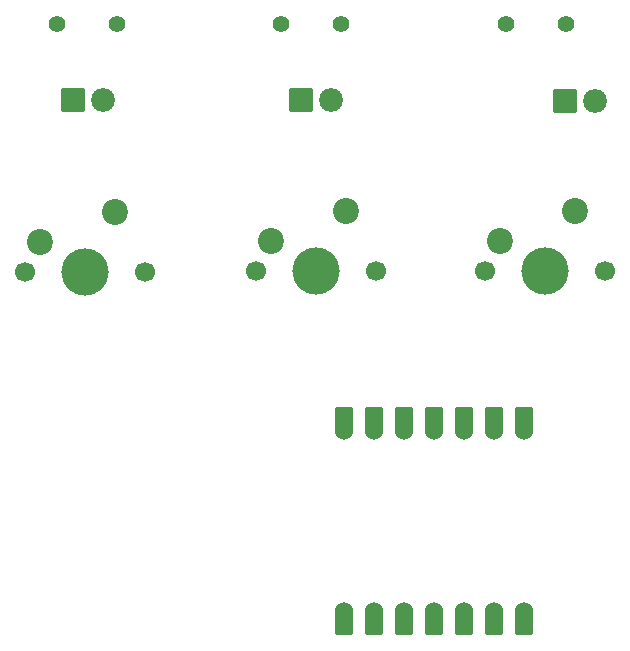
<source format=gbr>
%TF.GenerationSoftware,KiCad,Pcbnew,9.0.5*%
%TF.CreationDate,2025-11-21T19:41:24+02:00*%
%TF.ProjectId,ProtoSwitch,50726f74-6f53-4776-9974-63682e6b6963,rev?*%
%TF.SameCoordinates,Original*%
%TF.FileFunction,Soldermask,Top*%
%TF.FilePolarity,Negative*%
%FSLAX46Y46*%
G04 Gerber Fmt 4.6, Leading zero omitted, Abs format (unit mm)*
G04 Created by KiCad (PCBNEW 9.0.5) date 2025-11-21 19:41:24*
%MOMM*%
%LPD*%
G01*
G04 APERTURE LIST*
G04 Aperture macros list*
%AMRoundRect*
0 Rectangle with rounded corners*
0 $1 Rounding radius*
0 $2 $3 $4 $5 $6 $7 $8 $9 X,Y pos of 4 corners*
0 Add a 4 corners polygon primitive as box body*
4,1,4,$2,$3,$4,$5,$6,$7,$8,$9,$2,$3,0*
0 Add four circle primitives for the rounded corners*
1,1,$1+$1,$2,$3*
1,1,$1+$1,$4,$5*
1,1,$1+$1,$6,$7*
1,1,$1+$1,$8,$9*
0 Add four rect primitives between the rounded corners*
20,1,$1+$1,$2,$3,$4,$5,0*
20,1,$1+$1,$4,$5,$6,$7,0*
20,1,$1+$1,$6,$7,$8,$9,0*
20,1,$1+$1,$8,$9,$2,$3,0*%
G04 Aperture macros list end*
%ADD10RoundRect,0.152400X0.609600X-1.063600X0.609600X1.063600X-0.609600X1.063600X-0.609600X-1.063600X0*%
%ADD11C,1.524000*%
%ADD12RoundRect,0.152400X-0.609600X1.063600X-0.609600X-1.063600X0.609600X-1.063600X0.609600X1.063600X0*%
%ADD13C,2.019000*%
%ADD14RoundRect,0.102000X-0.907500X-0.907500X0.907500X-0.907500X0.907500X0.907500X-0.907500X0.907500X0*%
%ADD15C,1.400000*%
%ADD16C,1.700000*%
%ADD17C,4.000000*%
%ADD18C,2.200000*%
G04 APERTURE END LIST*
D10*
%TO.C,U1*%
X170851500Y-87045000D03*
D11*
X170851500Y-87880000D03*
D10*
X168311500Y-87045000D03*
D11*
X168311500Y-87880000D03*
D10*
X165771500Y-87045000D03*
D11*
X165771500Y-87880000D03*
D10*
X163231500Y-87045000D03*
D11*
X163231500Y-87880000D03*
D10*
X160691500Y-87045000D03*
D11*
X160691500Y-87880000D03*
D10*
X158151500Y-87045000D03*
D11*
X158151500Y-87880000D03*
D10*
X155611500Y-87045000D03*
D11*
X155611500Y-87880000D03*
X155611500Y-103120000D03*
D12*
X155611500Y-103955000D03*
D11*
X158151500Y-103120000D03*
D12*
X158151500Y-103955000D03*
D11*
X160691500Y-103120000D03*
D12*
X160691500Y-103955000D03*
D11*
X163231500Y-103120000D03*
D12*
X163231500Y-103955000D03*
D11*
X165771500Y-103120000D03*
D12*
X165771500Y-103955000D03*
D11*
X168311500Y-103120000D03*
D12*
X168311500Y-103955000D03*
D11*
X170851500Y-103120000D03*
D12*
X170851500Y-103955000D03*
%TD*%
D13*
%TO.C,D3*%
X176851500Y-59880000D03*
D14*
X174311500Y-59880000D03*
%TD*%
D15*
%TO.C,R1*%
X136391500Y-53380000D03*
X131311500Y-53380000D03*
%TD*%
D13*
%TO.C,D1*%
X135231500Y-59806500D03*
D14*
X132691500Y-59806500D03*
%TD*%
D16*
%TO.C,SW3*%
X167571500Y-74306500D03*
D17*
X172651500Y-74306500D03*
D16*
X177731500Y-74306500D03*
D18*
X175191500Y-69226500D03*
X168841500Y-71766500D03*
%TD*%
D16*
%TO.C,SW2*%
X148151500Y-74306500D03*
D17*
X153231500Y-74306500D03*
D16*
X158311500Y-74306500D03*
D18*
X155771500Y-69226500D03*
X149421500Y-71766500D03*
%TD*%
D16*
%TO.C,SW1*%
X128611500Y-74386500D03*
D17*
X133691500Y-74386500D03*
D16*
X138771500Y-74386500D03*
D18*
X136231500Y-69306500D03*
X129881500Y-71846500D03*
%TD*%
D15*
%TO.C,R3*%
X169311500Y-53380000D03*
X174391500Y-53380000D03*
%TD*%
%TO.C,R2*%
X150311500Y-53380000D03*
X155391500Y-53380000D03*
%TD*%
D14*
%TO.C,D2*%
X151961500Y-59806500D03*
D13*
X154501500Y-59806500D03*
%TD*%
M02*

</source>
